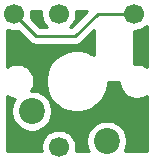
<source format=gbr>
G04 #@! TF.GenerationSoftware,KiCad,Pcbnew,(5.1.5)-3*
G04 #@! TF.CreationDate,2021-09-28T00:22:23-05:00*
G04 #@! TF.ProjectId,Pikatea handwire helpers,50696b61-7465-4612-9068-616e64776972,rev?*
G04 #@! TF.SameCoordinates,Original*
G04 #@! TF.FileFunction,Copper,L2,Bot*
G04 #@! TF.FilePolarity,Positive*
%FSLAX46Y46*%
G04 Gerber Fmt 4.6, Leading zero omitted, Abs format (unit mm)*
G04 Created by KiCad (PCBNEW (5.1.5)-3) date 2021-09-28 00:22:23*
%MOMM*%
%LPD*%
G04 APERTURE LIST*
%ADD10C,1.700000*%
%ADD11C,2.200000*%
%ADD12C,0.250000*%
%ADD13C,0.254000*%
G04 APERTURE END LIST*
D10*
X145415000Y-101727000D03*
X145415000Y-90424000D03*
X141605000Y-90424000D03*
X151765000Y-90424000D03*
D11*
X143129000Y-98679000D03*
X149479000Y-101219000D03*
D12*
X151765000Y-90424000D02*
X148717000Y-90424000D01*
X148717000Y-90424000D02*
X146812000Y-92329000D01*
X143510000Y-92329000D02*
X141605000Y-90424000D01*
X146812000Y-92329000D02*
X143510000Y-92329000D01*
D13*
G36*
X141171842Y-91851932D02*
G01*
X141458740Y-91909000D01*
X141751260Y-91909000D01*
X141971408Y-91865209D01*
X142946201Y-92840003D01*
X142969999Y-92869001D01*
X143085724Y-92963974D01*
X143217753Y-93034546D01*
X143361014Y-93078003D01*
X143472667Y-93089000D01*
X143472677Y-93089000D01*
X143510000Y-93092676D01*
X143547323Y-93089000D01*
X146774678Y-93089000D01*
X146812000Y-93092676D01*
X146849322Y-93089000D01*
X146849333Y-93089000D01*
X146960986Y-93078003D01*
X147104247Y-93034546D01*
X147236276Y-92963974D01*
X147352001Y-92869001D01*
X147375804Y-92839997D01*
X148413000Y-91802801D01*
X148413001Y-93954808D01*
X148187141Y-93803893D01*
X147707601Y-93605261D01*
X147198525Y-93504000D01*
X146679475Y-93504000D01*
X146170399Y-93605261D01*
X145690859Y-93803893D01*
X145259285Y-94092262D01*
X144892262Y-94459285D01*
X144603893Y-94890859D01*
X144405261Y-95370399D01*
X144304000Y-95879475D01*
X144304000Y-96398525D01*
X144405261Y-96907601D01*
X144603893Y-97387141D01*
X144892262Y-97818715D01*
X145259285Y-98185738D01*
X145690859Y-98474107D01*
X146170399Y-98672739D01*
X146679475Y-98774000D01*
X147198525Y-98774000D01*
X147707601Y-98672739D01*
X148187141Y-98474107D01*
X148618715Y-98185738D01*
X148985738Y-97818715D01*
X149274107Y-97387141D01*
X149472739Y-96907601D01*
X149574000Y-96398525D01*
X149574000Y-96189000D01*
X150534000Y-96189000D01*
X150534000Y-96285260D01*
X150591068Y-96572158D01*
X150703010Y-96842411D01*
X150865525Y-97085632D01*
X151072368Y-97292475D01*
X151315589Y-97454990D01*
X151585842Y-97566932D01*
X151872740Y-97624000D01*
X152165260Y-97624000D01*
X152452158Y-97566932D01*
X152722411Y-97454990D01*
X152858000Y-97364392D01*
X152858000Y-102058000D01*
X151005065Y-102058000D01*
X151016537Y-102040831D01*
X151147325Y-101725081D01*
X151214000Y-101389883D01*
X151214000Y-101048117D01*
X151147325Y-100712919D01*
X151016537Y-100397169D01*
X150826663Y-100113002D01*
X150584998Y-99871337D01*
X150300831Y-99681463D01*
X149985081Y-99550675D01*
X149649883Y-99484000D01*
X149308117Y-99484000D01*
X148972919Y-99550675D01*
X148657169Y-99681463D01*
X148373002Y-99871337D01*
X148131337Y-100113002D01*
X147941463Y-100397169D01*
X147810675Y-100712919D01*
X147744000Y-101048117D01*
X147744000Y-101389883D01*
X147810675Y-101725081D01*
X147941463Y-102040831D01*
X147952935Y-102058000D01*
X146863253Y-102058000D01*
X146900000Y-101873260D01*
X146900000Y-101580740D01*
X146842932Y-101293842D01*
X146730990Y-101023589D01*
X146568475Y-100780368D01*
X146361632Y-100573525D01*
X146118411Y-100411010D01*
X145848158Y-100299068D01*
X145561260Y-100242000D01*
X145268740Y-100242000D01*
X144981842Y-100299068D01*
X144711589Y-100411010D01*
X144468368Y-100573525D01*
X144261525Y-100780368D01*
X144099010Y-101023589D01*
X143987068Y-101293842D01*
X143930000Y-101580740D01*
X143930000Y-101873260D01*
X143966747Y-102058000D01*
X141020000Y-102058000D01*
X141020000Y-97364392D01*
X141155589Y-97454990D01*
X141425842Y-97566932D01*
X141712740Y-97624000D01*
X141747261Y-97624000D01*
X141591463Y-97857169D01*
X141460675Y-98172919D01*
X141394000Y-98508117D01*
X141394000Y-98849883D01*
X141460675Y-99185081D01*
X141591463Y-99500831D01*
X141781337Y-99784998D01*
X142023002Y-100026663D01*
X142307169Y-100216537D01*
X142622919Y-100347325D01*
X142958117Y-100414000D01*
X143299883Y-100414000D01*
X143635081Y-100347325D01*
X143950831Y-100216537D01*
X144234998Y-100026663D01*
X144476663Y-99784998D01*
X144666537Y-99500831D01*
X144797325Y-99185081D01*
X144864000Y-98849883D01*
X144864000Y-98508117D01*
X144797325Y-98172919D01*
X144666537Y-97857169D01*
X144476663Y-97573002D01*
X144234998Y-97331337D01*
X143950831Y-97141463D01*
X143635081Y-97010675D01*
X143299883Y-96944000D01*
X143107110Y-96944000D01*
X143174990Y-96842411D01*
X143286932Y-96572158D01*
X143344000Y-96285260D01*
X143344000Y-95992740D01*
X143286932Y-95705842D01*
X143174990Y-95435589D01*
X143012475Y-95192368D01*
X142805632Y-94985525D01*
X142562411Y-94823010D01*
X142292158Y-94711068D01*
X142005260Y-94654000D01*
X141712740Y-94654000D01*
X141425842Y-94711068D01*
X141155589Y-94823010D01*
X141020000Y-94913608D01*
X141020000Y-91789037D01*
X141171842Y-91851932D01*
G37*
X141171842Y-91851932D02*
X141458740Y-91909000D01*
X141751260Y-91909000D01*
X141971408Y-91865209D01*
X142946201Y-92840003D01*
X142969999Y-92869001D01*
X143085724Y-92963974D01*
X143217753Y-93034546D01*
X143361014Y-93078003D01*
X143472667Y-93089000D01*
X143472677Y-93089000D01*
X143510000Y-93092676D01*
X143547323Y-93089000D01*
X146774678Y-93089000D01*
X146812000Y-93092676D01*
X146849322Y-93089000D01*
X146849333Y-93089000D01*
X146960986Y-93078003D01*
X147104247Y-93034546D01*
X147236276Y-92963974D01*
X147352001Y-92869001D01*
X147375804Y-92839997D01*
X148413000Y-91802801D01*
X148413001Y-93954808D01*
X148187141Y-93803893D01*
X147707601Y-93605261D01*
X147198525Y-93504000D01*
X146679475Y-93504000D01*
X146170399Y-93605261D01*
X145690859Y-93803893D01*
X145259285Y-94092262D01*
X144892262Y-94459285D01*
X144603893Y-94890859D01*
X144405261Y-95370399D01*
X144304000Y-95879475D01*
X144304000Y-96398525D01*
X144405261Y-96907601D01*
X144603893Y-97387141D01*
X144892262Y-97818715D01*
X145259285Y-98185738D01*
X145690859Y-98474107D01*
X146170399Y-98672739D01*
X146679475Y-98774000D01*
X147198525Y-98774000D01*
X147707601Y-98672739D01*
X148187141Y-98474107D01*
X148618715Y-98185738D01*
X148985738Y-97818715D01*
X149274107Y-97387141D01*
X149472739Y-96907601D01*
X149574000Y-96398525D01*
X149574000Y-96189000D01*
X150534000Y-96189000D01*
X150534000Y-96285260D01*
X150591068Y-96572158D01*
X150703010Y-96842411D01*
X150865525Y-97085632D01*
X151072368Y-97292475D01*
X151315589Y-97454990D01*
X151585842Y-97566932D01*
X151872740Y-97624000D01*
X152165260Y-97624000D01*
X152452158Y-97566932D01*
X152722411Y-97454990D01*
X152858000Y-97364392D01*
X152858000Y-102058000D01*
X151005065Y-102058000D01*
X151016537Y-102040831D01*
X151147325Y-101725081D01*
X151214000Y-101389883D01*
X151214000Y-101048117D01*
X151147325Y-100712919D01*
X151016537Y-100397169D01*
X150826663Y-100113002D01*
X150584998Y-99871337D01*
X150300831Y-99681463D01*
X149985081Y-99550675D01*
X149649883Y-99484000D01*
X149308117Y-99484000D01*
X148972919Y-99550675D01*
X148657169Y-99681463D01*
X148373002Y-99871337D01*
X148131337Y-100113002D01*
X147941463Y-100397169D01*
X147810675Y-100712919D01*
X147744000Y-101048117D01*
X147744000Y-101389883D01*
X147810675Y-101725081D01*
X147941463Y-102040831D01*
X147952935Y-102058000D01*
X146863253Y-102058000D01*
X146900000Y-101873260D01*
X146900000Y-101580740D01*
X146842932Y-101293842D01*
X146730990Y-101023589D01*
X146568475Y-100780368D01*
X146361632Y-100573525D01*
X146118411Y-100411010D01*
X145848158Y-100299068D01*
X145561260Y-100242000D01*
X145268740Y-100242000D01*
X144981842Y-100299068D01*
X144711589Y-100411010D01*
X144468368Y-100573525D01*
X144261525Y-100780368D01*
X144099010Y-101023589D01*
X143987068Y-101293842D01*
X143930000Y-101580740D01*
X143930000Y-101873260D01*
X143966747Y-102058000D01*
X141020000Y-102058000D01*
X141020000Y-97364392D01*
X141155589Y-97454990D01*
X141425842Y-97566932D01*
X141712740Y-97624000D01*
X141747261Y-97624000D01*
X141591463Y-97857169D01*
X141460675Y-98172919D01*
X141394000Y-98508117D01*
X141394000Y-98849883D01*
X141460675Y-99185081D01*
X141591463Y-99500831D01*
X141781337Y-99784998D01*
X142023002Y-100026663D01*
X142307169Y-100216537D01*
X142622919Y-100347325D01*
X142958117Y-100414000D01*
X143299883Y-100414000D01*
X143635081Y-100347325D01*
X143950831Y-100216537D01*
X144234998Y-100026663D01*
X144476663Y-99784998D01*
X144666537Y-99500831D01*
X144797325Y-99185081D01*
X144864000Y-98849883D01*
X144864000Y-98508117D01*
X144797325Y-98172919D01*
X144666537Y-97857169D01*
X144476663Y-97573002D01*
X144234998Y-97331337D01*
X143950831Y-97141463D01*
X143635081Y-97010675D01*
X143299883Y-96944000D01*
X143107110Y-96944000D01*
X143174990Y-96842411D01*
X143286932Y-96572158D01*
X143344000Y-96285260D01*
X143344000Y-95992740D01*
X143286932Y-95705842D01*
X143174990Y-95435589D01*
X143012475Y-95192368D01*
X142805632Y-94985525D01*
X142562411Y-94823010D01*
X142292158Y-94711068D01*
X142005260Y-94654000D01*
X141712740Y-94654000D01*
X141425842Y-94711068D01*
X141155589Y-94823010D01*
X141020000Y-94913608D01*
X141020000Y-91789037D01*
X141171842Y-91851932D01*
G36*
X152858001Y-94913608D02*
G01*
X152722411Y-94823010D01*
X152452158Y-94711068D01*
X152165260Y-94654000D01*
X151872740Y-94654000D01*
X151815000Y-94665485D01*
X151815000Y-91909000D01*
X151911260Y-91909000D01*
X152198158Y-91851932D01*
X152468411Y-91739990D01*
X152711632Y-91577475D01*
X152858001Y-91431106D01*
X152858001Y-94913608D01*
G37*
X152858001Y-94913608D02*
X152722411Y-94823010D01*
X152452158Y-94711068D01*
X152165260Y-94654000D01*
X151872740Y-94654000D01*
X151815000Y-94665485D01*
X151815000Y-91909000D01*
X151911260Y-91909000D01*
X152198158Y-91851932D01*
X152468411Y-91739990D01*
X152711632Y-91577475D01*
X152858001Y-91431106D01*
X152858001Y-94913608D01*
G36*
X146497199Y-91569000D02*
G01*
X146370107Y-91569000D01*
X146568475Y-91370632D01*
X146730990Y-91127411D01*
X146842932Y-90857158D01*
X146900000Y-90570260D01*
X146900000Y-90277740D01*
X146888515Y-90220000D01*
X147846198Y-90220000D01*
X146497199Y-91569000D01*
G37*
X146497199Y-91569000D02*
X146370107Y-91569000D01*
X146568475Y-91370632D01*
X146730990Y-91127411D01*
X146842932Y-90857158D01*
X146900000Y-90570260D01*
X146900000Y-90277740D01*
X146888515Y-90220000D01*
X147846198Y-90220000D01*
X146497199Y-91569000D01*
G36*
X143930000Y-90277740D02*
G01*
X143930000Y-90570260D01*
X143987068Y-90857158D01*
X144099010Y-91127411D01*
X144261525Y-91370632D01*
X144459893Y-91569000D01*
X143824802Y-91569000D01*
X143046209Y-90790408D01*
X143090000Y-90570260D01*
X143090000Y-90277740D01*
X143078515Y-90220000D01*
X143941485Y-90220000D01*
X143930000Y-90277740D01*
G37*
X143930000Y-90277740D02*
X143930000Y-90570260D01*
X143987068Y-90857158D01*
X144099010Y-91127411D01*
X144261525Y-91370632D01*
X144459893Y-91569000D01*
X143824802Y-91569000D01*
X143046209Y-90790408D01*
X143090000Y-90570260D01*
X143090000Y-90277740D01*
X143078515Y-90220000D01*
X143941485Y-90220000D01*
X143930000Y-90277740D01*
M02*

</source>
